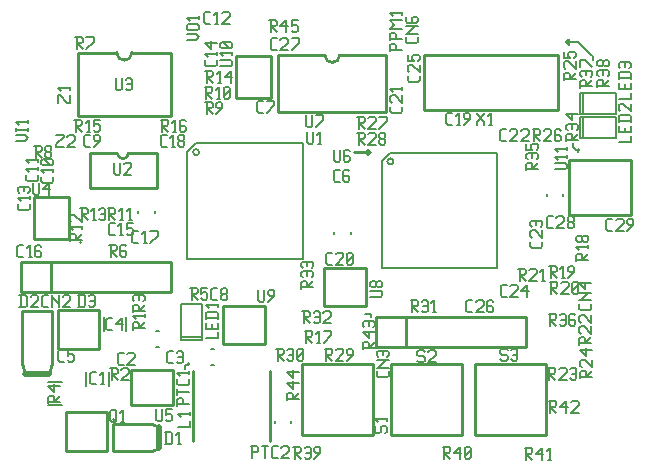
<source format=gbr>
G04 start of page 7 for group -4079 idx -4079 *
G04 Title: (unknown), topsilk *
G04 Creator: pcb 1.99z *
G04 CreationDate: Mon 30 May 2011 18:01:59 GMT UTC *
G04 For: thomas *
G04 Format: Gerber/RS-274X *
G04 PCB-Dimensions: 206299 151574 *
G04 PCB-Coordinate-Origin: lower left *
%MOIN*%
%FSLAX25Y25*%
%LNTOPSILK*%
%ADD19C,0.0200*%
%ADD20C,0.0060*%
%ADD21C,0.0085*%
%ADD67C,0.0100*%
%ADD68C,0.0080*%
%ADD69C,0.0059*%
G54D20*X191732Y137007D02*X191733D01*
X187992Y140747D02*X191732Y137007D01*
X192323Y136416D02*X192913Y135826D01*
Y134645D01*
X192323Y136417D02*Y136416D01*
X191733Y137007D02*X192323Y136417D01*
X185039Y140354D02*X184646Y140747D01*
X187992D02*X185039D01*
Y139763D01*
Y141731D02*Y140354D01*
Y139763D02*X184055Y140747D01*
X185039Y141731D01*
G54D21*X117717Y104724D02*Y104723D01*
X118504Y103936D01*
X117717Y104724D02*Y103149D01*
Y103346D01*
X118307Y103936D01*
X118504D02*X117717Y103149D01*
X113189Y103936D02*X118504D01*
G54D20*X119094Y48818D02*Y49606D01*
X118701Y49999D01*
X116929D01*
X22047Y74015D02*X22441Y73621D01*
X56890Y31692D02*Y32677D01*
X57480Y33267D01*
X58268D01*
X57874Y32873D01*
Y33661D01*
X58268Y33267D01*
X186220Y106889D02*Y105512D01*
X187205Y104527D01*
X188386D01*
X188385D01*
X187992Y104920D01*
X188386Y104527D02*X187992Y104133D01*
Y104724D01*
Y104920D02*Y104330D01*
G54D67*X39100Y31374D02*X53000D01*
X39100D02*Y19574D01*
X53000D01*
Y31374D02*Y19574D01*
G54D19*X48417Y12167D02*Y5167D01*
G54D67*Y12167D02*X45917Y13167D01*
X32817D02*X45917D01*
X32817D02*Y4167D01*
X45917D01*
X48417Y5167D01*
X17226Y17190D02*X31126D01*
X17226D02*Y4390D01*
X31126D01*
Y17190D02*Y4390D01*
G54D68*X24016Y30707D02*Y25983D01*
X31496Y30707D02*Y25983D01*
X11221Y27164D02*X15945D01*
X11221Y19684D02*X15945D01*
G54D67*X21175Y137073D02*Y115861D01*
X52307D01*
Y137073D01*
X21175D02*X34241D01*
X52307D02*X39241D01*
X34241D02*G75*G03X39241Y137073I2500J0D01*G01*
X25171Y103669D02*X34371D01*
X38171D02*X47471D01*
Y91869D01*
X25171D01*
Y103669D01*
X34371D02*G75*G03X38171Y103669I1900J0D01*G01*
G54D68*X60681Y106820D02*X96351D01*
Y68250D01*
X57781D01*
Y103920D01*
X60681Y106820D01*
X59681Y103920D02*G75*G03X59681Y103920I1000J0D01*G01*
X41387Y84341D02*Y83555D01*
X46897Y84341D02*Y83555D01*
G54D67*X6611Y88952D02*Y75052D01*
X18411D01*
Y88952D01*
X6611D01*
G54D19*X3678Y30130D02*X11678D01*
G54D67*X12778Y33530D01*
Y51130D02*Y33530D01*
X2578Y51130D02*X12778D01*
X2578D02*Y33530D01*
X3678Y30130D01*
X14560Y51173D02*X28460D01*
X14560D02*Y38373D01*
X28460D01*
Y51173D02*Y38373D01*
G54D68*X47464Y38819D02*X48250D01*
X47464Y44329D02*X48250D01*
X37340Y49031D02*Y44307D01*
X29860Y49031D02*Y44307D01*
X86812Y14368D02*Y13582D01*
X92322Y14368D02*Y13582D01*
X55555Y41291D02*X62555D01*
Y53291D02*Y41291D01*
X55555Y53291D02*X62555D01*
X55555D02*Y41291D01*
Y42291D02*X62555D01*
X65748Y38384D02*X66534D01*
X65748Y32874D02*X66534D01*
G54D67*X59483Y31108D02*Y7486D01*
X85317Y31108D02*Y7486D01*
X2165Y57203D02*X52165D01*
Y67203D02*Y57203D01*
X2165Y67203D02*X52165D01*
X2165D02*Y57203D01*
X12165Y67203D02*Y57203D01*
X2165Y67203D02*X12165D01*
X120787Y38897D02*X170787D01*
Y48897D02*Y38897D01*
X120787Y48897D02*X170787D01*
X120787D02*Y38897D01*
X130787Y48897D02*Y38897D01*
X120787Y48897D02*X130787D01*
X103448Y52535D02*X117348D01*
Y65335D02*Y52535D01*
X103448Y65335D02*X117348D01*
X103448D02*Y52535D01*
G54D68*X106694Y77360D02*Y76574D01*
X112204Y77360D02*Y76574D01*
G54D67*X95866Y33267D02*X119488D01*
X95866Y9645D02*X119488D01*
X95866Y33267D02*Y9645D01*
X119488Y33267D02*Y9645D01*
X125753Y33253D02*X149375D01*
X125753Y9631D02*X149375D01*
X125753Y33253D02*Y9631D01*
X149375Y33253D02*Y9631D01*
X69637Y39924D02*X83537D01*
Y52724D02*Y39924D01*
X69637Y52724D02*X83537D01*
X69637D02*Y39924D01*
G54D68*X125426Y103733D02*X161096D01*
Y65163D01*
X122526D01*
Y100833D01*
X125426Y103733D01*
X124426Y100833D02*G75*G03X124426Y100833I1000J0D01*G01*
X177560Y89959D02*Y89173D01*
X183070Y89959D02*Y89173D01*
G54D67*X73835Y136006D02*Y122106D01*
X85635D01*
Y136006D01*
X73835D01*
X88065Y136340D02*Y117340D01*
X124065D01*
Y136340D01*
X88065D02*X103565D01*
X124065D02*X108565D01*
X103565D02*G75*G03X108565Y136340I2500J0D01*G01*
X136671Y136384D02*X181355D01*
Y118078D01*
X136671D01*
Y136384D01*
G54D68*X188733Y123774D02*Y116774D01*
X200733D01*
Y123774D01*
X188733D01*
X189733D02*Y116774D01*
X188733Y115507D02*Y108507D01*
X200733D01*
Y115507D01*
X188733D01*
X189733D02*Y108507D01*
G54D67*X153544Y33267D02*X177166D01*
X153544Y9645D02*X177166D01*
X153544Y33267D02*Y9645D01*
X177166Y33267D02*Y9645D01*
X184846Y101216D02*X205546D01*
X184846D02*Y82916D01*
X205546D01*
Y101216D02*Y82916D01*
G54D69*X63874Y41869D02*X67874D01*
Y43869D02*Y41869D01*
X65874Y46570D02*Y45070D01*
X67874Y47070D02*Y45070D01*
X63874D02*X67874D01*
X63874Y47070D02*Y45070D01*
Y48771D02*X67874D01*
X63874Y50271D02*X64374Y50771D01*
X67374D01*
X67874Y50271D02*X67374Y50771D01*
X67874Y50271D02*Y48271D01*
X63874Y50271D02*Y48271D01*
X67874Y53472D02*Y52472D01*
X63874Y52972D02*X67874D01*
X64874Y51972D02*X63874Y52972D01*
X39587Y46740D02*Y44740D01*
Y46740D02*X40087Y47240D01*
X41087D01*
X41587Y46740D02*X41087Y47240D01*
X41587Y46740D02*Y45240D01*
X39587D02*X43587D01*
X41587D02*X43587Y47240D01*
Y49941D02*Y48941D01*
X39587Y49441D02*X43587D01*
X40587Y48441D02*X39587Y49441D01*
X39582Y52590D02*Y50590D01*
Y52590D02*X40082Y53090D01*
X41082D01*
X41582Y52590D02*X41082Y53090D01*
X41582Y52590D02*Y51090D01*
X39582D02*X43582D01*
X41582D02*X43582Y53090D01*
X40082Y54291D02*X39582Y54791D01*
Y55791D02*Y54791D01*
Y55791D02*X40082Y56291D01*
X43082D01*
X43582Y55791D02*X43082Y56291D01*
X43582Y55791D02*Y54791D01*
X43082Y54291D02*X43582Y54791D01*
X41582Y56291D02*Y54791D01*
X47341Y18198D02*Y14698D01*
X47841Y14198D01*
X48841D01*
X49341Y14698D01*
Y18198D02*Y14698D01*
X50542Y18198D02*X52542D01*
X50542D02*Y16198D01*
X51042Y16698D01*
X52042D01*
X52542Y16198D01*
Y14698D01*
X52042Y14198D02*X52542Y14698D01*
X51042Y14198D02*X52042D01*
X50542Y14698D02*X51042Y14198D01*
X50776Y10626D02*Y6626D01*
X52276Y10626D02*X52776Y10126D01*
Y7126D01*
X52276Y6626D02*X52776Y7126D01*
X50276Y6626D02*X52276D01*
X50276Y10626D02*X52276D01*
X54477Y6626D02*X55477D01*
X54977Y10626D02*Y6626D01*
X53977Y9626D02*X54977Y10626D01*
X54449Y19848D02*X58449D01*
X54449Y21348D02*Y19348D01*
Y21348D02*X54949Y21848D01*
X55949D01*
X56449Y21348D02*X55949Y21848D01*
X56449Y21348D02*Y19848D01*
X54449Y25049D02*Y23049D01*
Y24049D02*X58449D01*
Y28250D02*Y26750D01*
X57949Y26250D02*X58449Y26750D01*
X54949Y26250D02*X57949D01*
X54949D02*X54449Y26750D01*
Y28250D02*Y26750D01*
X58449Y30951D02*Y29951D01*
X54449Y30451D02*X58449D01*
X55449Y29451D02*X54449Y30451D01*
X51579Y33524D02*X53079D01*
X51079Y34024D02*X51579Y33524D01*
X51079Y37024D02*Y34024D01*
Y37024D02*X51579Y37524D01*
X53079D01*
X54280Y37024D02*X54780Y37524D01*
X55780D01*
X56280Y37024D01*
Y34024D01*
X55780Y33524D02*X56280Y34024D01*
X54780Y33524D02*X55780D01*
X54280Y34024D02*X54780Y33524D01*
Y35524D02*X56280D01*
X54483Y12469D02*X58483D01*
Y14469D02*Y12469D01*
Y17170D02*Y16170D01*
X54483Y16670D02*X58483D01*
X55483Y15670D02*X54483Y16670D01*
X58665Y58646D02*X60665D01*
X61165Y58146D01*
Y57146D01*
X60665Y56646D02*X61165Y57146D01*
X59165Y56646D02*X60665D01*
X59165Y58646D02*Y54646D01*
Y56646D02*X61165Y54646D01*
X62366Y58646D02*X64366D01*
X62366D02*Y56646D01*
X62866Y57146D01*
X63866D01*
X64366Y56646D01*
Y55146D01*
X63866Y54646D02*X64366Y55146D01*
X62866Y54646D02*X63866D01*
X62366Y55146D02*X62866Y54646D01*
X33953Y128514D02*Y125014D01*
X34453Y124514D01*
X35453D01*
X35953Y125014D01*
Y128514D02*Y125014D01*
X37154Y128014D02*X37654Y128514D01*
X38654D01*
X39154Y128014D01*
Y125014D01*
X38654Y124514D02*X39154Y125014D01*
X37654Y124514D02*X38654D01*
X37154Y125014D02*X37654Y124514D01*
Y126514D02*X39154D01*
X33433Y100460D02*Y96960D01*
X33933Y96460D01*
X34933D01*
X35433Y96960D01*
Y100460D02*Y96960D01*
X36634Y99960D02*X37134Y100460D01*
X38634D01*
X39134Y99960D01*
Y98960D01*
X36634Y96460D02*X39134Y98960D01*
X36634Y96460D02*X39134D01*
X31263Y85294D02*X33263D01*
X33763Y84794D01*
Y83794D01*
X33263Y83294D02*X33763Y83794D01*
X31763Y83294D02*X33263D01*
X31763Y85294D02*Y81294D01*
Y83294D02*X33763Y81294D01*
X35464D02*X36464D01*
X35964Y85294D02*Y81294D01*
X34964Y84294D02*X35964Y85294D01*
X38165Y81294D02*X39165D01*
X38665Y85294D02*Y81294D01*
X37665Y84294D02*X38665Y85294D01*
X21992D02*X23992D01*
X24492Y84794D01*
Y83794D01*
X23992Y83294D02*X24492Y83794D01*
X22492Y83294D02*X23992D01*
X22492Y85294D02*Y81294D01*
Y83294D02*X24492Y81294D01*
X26193D02*X27193D01*
X26693Y85294D02*Y81294D01*
X25693Y84294D02*X26693Y85294D01*
X28394Y84794D02*X28894Y85294D01*
X29894D01*
X30394Y84794D01*
Y81794D01*
X29894Y81294D02*X30394Y81794D01*
X28894Y81294D02*X29894D01*
X28394Y81794D02*X28894Y81294D01*
Y83294D02*X30394D01*
X39939Y73570D02*X41439D01*
X39439Y74070D02*X39939Y73570D01*
X39439Y77070D02*Y74070D01*
Y77070D02*X39939Y77570D01*
X41439D01*
X43140Y73570D02*X44140D01*
X43640Y77570D02*Y73570D01*
X42640Y76570D02*X43640Y77570D01*
X45341Y73570D02*X47841Y76070D01*
Y77570D02*Y76070D01*
X45341Y77570D02*X47841D01*
X32084Y76269D02*X33584D01*
X31584Y76769D02*X32084Y76269D01*
X31584Y79769D02*Y76769D01*
Y79769D02*X32084Y80269D01*
X33584D01*
X35285Y76269D02*X36285D01*
X35785Y80269D02*Y76269D01*
X34785Y79269D02*X35785Y80269D01*
X37486D02*X39486D01*
X37486D02*Y78269D01*
X37986Y78769D01*
X38986D01*
X39486Y78269D01*
Y76769D01*
X38986Y76269D02*X39486Y76769D01*
X37986Y76269D02*X38986D01*
X37486Y76769D02*X37986Y76269D01*
X14778Y122971D02*Y120471D01*
Y122971D02*X15278D01*
X17778Y120471D02*X15278Y122971D01*
X17778Y120471D02*X18778D01*
Y122971D02*Y120471D01*
Y125672D02*Y124672D01*
X14778Y125172D02*X18778D01*
X15778Y124172D02*X14778Y125172D01*
X13977Y109631D02*X16477D01*
Y109131D01*
X13977Y106631D02*X16477Y109131D01*
X13977Y106631D02*Y105631D01*
X16477D01*
X17678Y109131D02*X18178Y109631D01*
X19678D01*
X20178Y109131D01*
Y108131D01*
X17678Y105631D02*X20178Y108131D01*
X17678Y105631D02*X20178D01*
X23894Y105642D02*X25394D01*
X23394Y106142D02*X23894Y105642D01*
X23394Y109142D02*Y106142D01*
Y109142D02*X23894Y109642D01*
X25394D01*
X26595Y105642D02*X28595Y107642D01*
Y109142D02*Y107642D01*
X28095Y109642D02*X28595Y109142D01*
X27095Y109642D02*X28095D01*
X26595Y109142D02*X27095Y109642D01*
X26595Y109142D02*Y108142D01*
X27095Y107642D01*
X28595D01*
X20118Y114746D02*X22118D01*
X22618Y114246D01*
Y113246D01*
X22118Y112746D02*X22618Y113246D01*
X20618Y112746D02*X22118D01*
X20618Y114746D02*Y110746D01*
Y112746D02*X22618Y110746D01*
X24319D02*X25319D01*
X24819Y114746D02*Y110746D01*
X23819Y113746D02*X24819Y114746D01*
X26520D02*X28520D01*
X26520D02*Y112746D01*
X27020Y113246D01*
X28020D01*
X28520Y112746D01*
Y111246D01*
X28020Y110746D02*X28520Y111246D01*
X27020Y110746D02*X28020D01*
X26520Y111246D02*X27020Y110746D01*
X20315Y142198D02*X22315D01*
X22815Y141698D01*
Y140698D01*
X22315Y140198D02*X22815Y140698D01*
X20815Y140198D02*X22315D01*
X20815Y142198D02*Y138198D01*
Y140198D02*X22815Y138198D01*
X24016D02*X26516Y140698D01*
Y142198D02*Y140698D01*
X24016Y142198D02*X26516D01*
X49394Y105748D02*X50894D01*
X48894Y106248D02*X49394Y105748D01*
X48894Y109248D02*Y106248D01*
Y109248D02*X49394Y109748D01*
X50894D01*
X52595Y105748D02*X53595D01*
X53095Y109748D02*Y105748D01*
X52095Y108748D02*X53095Y109748D01*
X54796Y106248D02*X55296Y105748D01*
X54796Y107248D02*Y106248D01*
Y107248D02*X55296Y107748D01*
X56296D01*
X56796Y107248D01*
Y106248D01*
X56296Y105748D02*X56796Y106248D01*
X55296Y105748D02*X56296D01*
X54796Y108248D02*X55296Y107748D01*
X54796Y109248D02*Y108248D01*
Y109248D02*X55296Y109748D01*
X56296D01*
X56796Y109248D01*
Y108248D01*
X56296Y107748D02*X56796Y108248D01*
X48894Y114748D02*X50894D01*
X51394Y114248D01*
Y113248D01*
X50894Y112748D02*X51394Y113248D01*
X49394Y112748D02*X50894D01*
X49394Y114748D02*Y110748D01*
Y112748D02*X51394Y110748D01*
X53095D02*X54095D01*
X53595Y114748D02*Y110748D01*
X52595Y113748D02*X53595Y114748D01*
X56796D02*X57296Y114248D01*
X55796Y114748D02*X56796D01*
X55296Y114248D02*X55796Y114748D01*
X55296Y114248D02*Y111248D01*
X55796Y110748D01*
X56796Y112748D02*X57296Y112248D01*
X55296Y112748D02*X56796D01*
X55796Y110748D02*X56796D01*
X57296Y111248D01*
Y112248D02*Y111248D01*
X32019Y31820D02*X34019D01*
X34519Y31320D01*
Y30320D01*
X34019Y29820D02*X34519Y30320D01*
X32519Y29820D02*X34019D01*
X32519Y31820D02*Y27820D01*
Y29820D02*X34519Y27820D01*
X35720Y31320D02*X36220Y31820D01*
X37720D01*
X38220Y31320D01*
Y30320D01*
X35720Y27820D02*X38220Y30320D01*
X35720Y27820D02*X38220D01*
X32054Y17567D02*Y14567D01*
Y17567D02*X32554Y18067D01*
X33554D01*
X34054Y17567D01*
Y14567D01*
X33554Y14067D02*X34054Y14567D01*
X32554Y14067D02*X33554D01*
X32054Y14567D02*X32554Y14067D01*
X33054Y15067D02*X34054Y14067D01*
X35755D02*X36755D01*
X36255Y18067D02*Y14067D01*
X35255Y17067D02*X36255Y18067D01*
X25893Y26496D02*X27393D01*
X25393Y26996D02*X25893Y26496D01*
X25393Y29996D02*Y26996D01*
Y29996D02*X25893Y30496D01*
X27393D01*
X29094Y26496D02*X30094D01*
X29594Y30496D02*Y26496D01*
X28594Y29496D02*X29594Y30496D01*
X11432Y22273D02*Y20273D01*
Y22273D02*X11932Y22773D01*
X12932D01*
X13432Y22273D02*X12932Y22773D01*
X13432Y22273D02*Y20773D01*
X11432D02*X15432D01*
X13432D02*X15432Y22773D01*
X13432Y23974D02*X11432Y25974D01*
X13432Y26474D02*Y23974D01*
X11432Y25974D02*X15432D01*
X15262Y33976D02*X16762D01*
X14762Y34476D02*X15262Y33976D01*
X14762Y37476D02*Y34476D01*
Y37476D02*X15262Y37976D01*
X16762D01*
X17963D02*X19963D01*
X17963D02*Y35976D01*
X18463Y36476D01*
X19463D01*
X19963Y35976D01*
Y34476D01*
X19463Y33976D02*X19963Y34476D01*
X18463Y33976D02*X19463D01*
X17963Y34476D02*X18463Y33976D01*
X34991Y33124D02*X36491D01*
X34491Y33624D02*X34991Y33124D01*
X34491Y36624D02*Y33624D01*
Y36624D02*X34991Y37124D01*
X36491D01*
X37692Y36624D02*X38192Y37124D01*
X39692D01*
X40192Y36624D01*
Y35624D01*
X37692Y33124D02*X40192Y35624D01*
X37692Y33124D02*X40192D01*
X2272Y56264D02*Y52264D01*
X3772Y56264D02*X4272Y55764D01*
Y52764D01*
X3772Y52264D02*X4272Y52764D01*
X1772Y52264D02*X3772D01*
X1772Y56264D02*X3772D01*
X5473Y55764D02*X5973Y56264D01*
X7473D01*
X7973Y55764D01*
Y54764D01*
X5473Y52264D02*X7973Y54764D01*
X5473Y52264D02*X7973D01*
X21666Y56364D02*Y52364D01*
X23166Y56364D02*X23666Y55864D01*
Y52864D01*
X23166Y52364D02*X23666Y52864D01*
X21166Y52364D02*X23166D01*
X21166Y56364D02*X23166D01*
X24867Y55864D02*X25367Y56364D01*
X26367D01*
X26867Y55864D01*
Y52864D01*
X26367Y52364D02*X26867Y52864D01*
X25367Y52364D02*X26367D01*
X24867Y52864D02*X25367Y52364D01*
Y54364D02*X26867D01*
X31248Y44524D02*X32748D01*
X30748Y45024D02*X31248Y44524D01*
X30748Y48024D02*Y45024D01*
Y48024D02*X31248Y48524D01*
X32748D01*
X33949Y46524D02*X35949Y48524D01*
X33949Y46524D02*X36449D01*
X35949Y48524D02*Y44524D01*
X9818Y52263D02*X11318D01*
X9318Y52763D02*X9818Y52263D01*
X9318Y55763D02*Y52763D01*
Y55763D02*X9818Y56263D01*
X11318D01*
X12519D02*Y52263D01*
Y56263D02*Y55763D01*
X15019Y53263D01*
Y56263D02*Y52263D01*
X16220Y55763D02*X16720Y56263D01*
X18220D01*
X18720Y55763D01*
Y54763D01*
X16220Y52263D02*X18720Y54763D01*
X16220Y52263D02*X18720D01*
X6705Y106073D02*X8705D01*
X9205Y105573D01*
Y104573D01*
X8705Y104073D02*X9205Y104573D01*
X7205Y104073D02*X8705D01*
X7205Y106073D02*Y102073D01*
Y104073D02*X9205Y102073D01*
X10406Y102573D02*X10906Y102073D01*
X10406Y103573D02*Y102573D01*
Y103573D02*X10906Y104073D01*
X11906D01*
X12406Y103573D01*
Y102573D01*
X11906Y102073D02*X12406Y102573D01*
X10906Y102073D02*X11906D01*
X10406Y104573D02*X10906Y104073D01*
X10406Y105573D02*Y104573D01*
Y105573D02*X10906Y106073D01*
X11906D01*
X12406Y105573D01*
Y104573D01*
X11906Y104073D02*X12406Y104573D01*
X753Y107680D02*X3753D01*
X4753Y108680D01*
X3753Y109680D01*
X753D02*X3753D01*
X753Y111881D02*Y110881D01*
Y111381D02*X4753D01*
Y111881D02*Y110881D01*
Y114582D02*Y113582D01*
X753Y114082D02*X4753D01*
X1753Y113082D02*X753Y114082D01*
X31692Y73015D02*X33692D01*
X34192Y72515D01*
Y71515D01*
X33692Y71015D02*X34192Y71515D01*
X32192Y71015D02*X33692D01*
X32192Y73015D02*Y69015D01*
Y71015D02*X34192Y69015D01*
X36893Y73015D02*X37393Y72515D01*
X35893Y73015D02*X36893D01*
X35393Y72515D02*X35893Y73015D01*
X35393Y72515D02*Y69515D01*
X35893Y69015D01*
X36893Y71015D02*X37393Y70515D01*
X35393Y71015D02*X36893D01*
X35893Y69015D02*X36893D01*
X37393Y69515D01*
Y70515D02*Y69515D01*
X1632Y68939D02*X3132D01*
X1132Y69439D02*X1632Y68939D01*
X1132Y72439D02*Y69439D01*
Y72439D02*X1632Y72939D01*
X3132D01*
X4833Y68939D02*X5833D01*
X5333Y72939D02*Y68939D01*
X4333Y71939D02*X5333Y72939D01*
X8534D02*X9034Y72439D01*
X7534Y72939D02*X8534D01*
X7034Y72439D02*X7534Y72939D01*
X7034Y72439D02*Y69439D01*
X7534Y68939D01*
X8534Y70939D02*X9034Y70439D01*
X7034Y70939D02*X8534D01*
X7534Y68939D02*X8534D01*
X9034Y69439D01*
Y70439D02*Y69439D01*
X18533Y76202D02*Y74202D01*
Y76202D02*X19033Y76702D01*
X20033D01*
X20533Y76202D02*X20033Y76702D01*
X20533Y76202D02*Y74702D01*
X18533D02*X22533D01*
X20533D02*X22533Y76702D01*
Y79403D02*Y78403D01*
X18533Y78903D02*X22533D01*
X19533Y77903D02*X18533Y78903D01*
X19033Y80604D02*X18533Y81104D01*
Y82604D02*Y81104D01*
Y82604D02*X19033Y83104D01*
X20033D01*
X22533Y80604D02*X20033Y83104D01*
X22533D02*Y80604D01*
X7992Y96247D02*Y94747D01*
X7492Y94247D02*X7992Y94747D01*
X4492Y94247D02*X7492D01*
X4492D02*X3992Y94747D01*
Y96247D02*Y94747D01*
X7992Y98948D02*Y97948D01*
X3992Y98448D02*X7992D01*
X4992Y97448D02*X3992Y98448D01*
X7992Y101649D02*Y100649D01*
X3992Y101149D02*X7992D01*
X4992Y100149D02*X3992Y101149D01*
X13129Y95651D02*Y94151D01*
X12629Y93651D02*X13129Y94151D01*
X9629Y93651D02*X12629D01*
X9629D02*X9129Y94151D01*
Y95651D02*Y94151D01*
X13129Y98352D02*Y97352D01*
X9129Y97852D02*X13129D01*
X10129Y96852D02*X9129Y97852D01*
X12629Y99553D02*X13129Y100053D01*
X9629Y99553D02*X12629D01*
X9629D02*X9129Y100053D01*
Y101053D02*Y100053D01*
Y101053D02*X9629Y101553D01*
X12629D01*
X13129Y101053D02*X12629Y101553D01*
X13129Y101053D02*Y100053D01*
X12129Y99553D02*X10129Y101553D01*
X5153Y86569D02*Y85069D01*
X4653Y84569D02*X5153Y85069D01*
X1653Y84569D02*X4653D01*
X1653D02*X1153Y85069D01*
Y86569D02*Y85069D01*
X5153Y89270D02*Y88270D01*
X1153Y88770D02*X5153D01*
X2153Y87770D02*X1153Y88770D01*
X1653Y90471D02*X1153Y90971D01*
Y91971D02*Y90971D01*
Y91971D02*X1653Y92471D01*
X4653D01*
X5153Y91971D02*X4653Y92471D01*
X5153Y91971D02*Y90971D01*
X4653Y90471D02*X5153Y90971D01*
X3153Y92471D02*Y90971D01*
X6334Y93753D02*Y90253D01*
X6834Y89753D01*
X7834D01*
X8334Y90253D01*
Y93753D02*Y90253D01*
X9535Y91753D02*X11535Y93753D01*
X9535Y91753D02*X12035D01*
X11535Y93753D02*Y89753D01*
X106741Y104803D02*Y101303D01*
X107241Y100803D01*
X108241D01*
X108741Y101303D01*
Y104803D02*Y101303D01*
X111442Y104803D02*X111942Y104303D01*
X110442Y104803D02*X111442D01*
X109942Y104303D02*X110442Y104803D01*
X109942Y104303D02*Y101303D01*
X110442Y100803D01*
X111442Y102803D02*X111942Y102303D01*
X109942Y102803D02*X111442D01*
X110442Y100803D02*X111442D01*
X111942Y101303D01*
Y102303D02*Y101303D01*
X114369Y115733D02*X116369D01*
X116869Y115233D01*
Y114233D01*
X116369Y113733D02*X116869Y114233D01*
X114869Y113733D02*X116369D01*
X114869Y115733D02*Y111733D01*
Y113733D02*X116869Y111733D01*
X118070Y115233D02*X118570Y115733D01*
X120070D01*
X120570Y115233D01*
Y114233D01*
X118070Y111733D02*X120570Y114233D01*
X118070Y111733D02*X120570D01*
X121771D02*X124271Y114233D01*
Y115733D02*Y114233D01*
X121771Y115733D02*X124271D01*
X114369Y110417D02*X116369D01*
X116869Y109917D01*
Y108917D01*
X116369Y108417D02*X116869Y108917D01*
X114869Y108417D02*X116369D01*
X114869Y110417D02*Y106417D01*
Y108417D02*X116869Y106417D01*
X118070Y109917D02*X118570Y110417D01*
X120070D01*
X120570Y109917D01*
Y108917D01*
X118070Y106417D02*X120570Y108917D01*
X118070Y106417D02*X120570D01*
X121771Y106917D02*X122271Y106417D01*
X121771Y107917D02*Y106917D01*
Y107917D02*X122271Y108417D01*
X123271D01*
X123771Y107917D01*
Y106917D01*
X123271Y106417D02*X123771Y106917D01*
X122271Y106417D02*X123271D01*
X121771Y108917D02*X122271Y108417D01*
X121771Y109917D02*Y108917D01*
Y109917D02*X122271Y110417D01*
X123271D01*
X123771Y109917D01*
Y108917D01*
X123271Y108417D02*X123771Y108917D01*
X97703Y110646D02*Y107146D01*
X98203Y106646D01*
X99203D01*
X99703Y107146D01*
Y110646D02*Y107146D01*
X101404Y106646D02*X102404D01*
X101904Y110646D02*Y106646D01*
X100904Y109646D02*X101904Y110646D01*
X97371Y116290D02*Y112790D01*
X97871Y112290D01*
X98871D01*
X99371Y112790D01*
Y116290D02*Y112790D01*
X100572Y112290D02*X103072Y114790D01*
Y116290D02*Y114790D01*
X100572Y116290D02*X103072D01*
X118777Y55674D02*X122277D01*
X122777Y56174D01*
Y57174D02*Y56174D01*
Y57174D02*X122277Y57674D01*
X118777D02*X122277D01*
Y58875D02*X122777Y59375D01*
X121277Y58875D02*X122277D01*
X121277D02*X120777Y59375D01*
Y60375D02*Y59375D01*
Y60375D02*X121277Y60875D01*
X122277D01*
X122777Y60375D02*X122277Y60875D01*
X122777Y60375D02*Y59375D01*
X120277Y58875D02*X120777Y59375D01*
X119277Y58875D02*X120277D01*
X119277D02*X118777Y59375D01*
Y60375D02*Y59375D01*
Y60375D02*X119277Y60875D01*
X120277D01*
X120777Y60375D02*X120277Y60875D01*
X151287Y50513D02*X152787D01*
X150787Y51013D02*X151287Y50513D01*
X150787Y54013D02*Y51013D01*
Y54013D02*X151287Y54513D01*
X152787D01*
X153988Y54013D02*X154488Y54513D01*
X155988D01*
X156488Y54013D01*
Y53013D01*
X153988Y50513D02*X156488Y53013D01*
X153988Y50513D02*X156488D01*
X159189Y54513D02*X159689Y54013D01*
X158189Y54513D02*X159189D01*
X157689Y54013D02*X158189Y54513D01*
X157689Y54013D02*Y51013D01*
X158189Y50513D01*
X159189Y52513D02*X159689Y52013D01*
X157689Y52513D02*X159189D01*
X158189Y50513D02*X159189D01*
X159689Y51013D01*
Y52013D02*Y51013D01*
X106995Y94015D02*X108495D01*
X106495Y94515D02*X106995Y94015D01*
X106495Y97515D02*Y94515D01*
Y97515D02*X106995Y98015D01*
X108495D01*
X111196D02*X111696Y97515D01*
X110196Y98015D02*X111196D01*
X109696Y97515D02*X110196Y98015D01*
X109696Y97515D02*Y94515D01*
X110196Y94015D01*
X111196Y96015D02*X111696Y95515D01*
X109696Y96015D02*X111196D01*
X110196Y94015D02*X111196D01*
X111696Y94515D01*
Y95515D02*Y94515D01*
X104476Y66416D02*X105976D01*
X103976Y66916D02*X104476Y66416D01*
X103976Y69916D02*Y66916D01*
Y69916D02*X104476Y70416D01*
X105976D01*
X107177Y69916D02*X107677Y70416D01*
X109177D01*
X109677Y69916D01*
Y68916D01*
X107177Y66416D02*X109677Y68916D01*
X107177Y66416D02*X109677D01*
X110878Y66916D02*X111378Y66416D01*
X110878Y69916D02*Y66916D01*
Y69916D02*X111378Y70416D01*
X112378D01*
X112878Y69916D01*
Y66916D01*
X112378Y66416D02*X112878Y66916D01*
X111378Y66416D02*X112378D01*
X110878Y67416D02*X112878Y69416D01*
X95686Y60463D02*Y58463D01*
Y60463D02*X96186Y60963D01*
X97186D01*
X97686Y60463D02*X97186Y60963D01*
X97686Y60463D02*Y58963D01*
X95686D02*X99686D01*
X97686D02*X99686Y60963D01*
X96186Y62164D02*X95686Y62664D01*
Y63664D02*Y62664D01*
Y63664D02*X96186Y64164D01*
X99186D01*
X99686Y63664D02*X99186Y64164D01*
X99686Y63664D02*Y62664D01*
X99186Y62164D02*X99686Y62664D01*
X97686Y64164D02*Y62664D01*
X96186Y65365D02*X95686Y65865D01*
Y66865D02*Y65865D01*
Y66865D02*X96186Y67365D01*
X99186D01*
X99686Y66865D02*X99186Y67365D01*
X99686Y66865D02*Y65865D01*
X99186Y65365D02*X99686Y65865D01*
X97686Y67365D02*Y65865D01*
X175975Y74127D02*Y72627D01*
X175475Y72127D02*X175975Y72627D01*
X172475Y72127D02*X175475D01*
X172475D02*X171975Y72627D01*
Y74127D02*Y72627D01*
X172475Y75328D02*X171975Y75828D01*
Y77328D02*Y75828D01*
Y77328D02*X172475Y77828D01*
X173475D01*
X175975Y75328D02*X173475Y77828D01*
X175975D02*Y75328D01*
X172475Y79029D02*X171975Y79529D01*
Y80529D02*Y79529D01*
Y80529D02*X172475Y81029D01*
X175475D01*
X175975Y80529D02*X175475Y81029D01*
X175975Y80529D02*Y79529D01*
X175475Y79029D02*X175975Y79529D01*
X173975Y81029D02*Y79529D01*
X170773Y99824D02*Y97824D01*
Y99824D02*X171273Y100324D01*
X172273D01*
X172773Y99824D02*X172273Y100324D01*
X172773Y99824D02*Y98324D01*
X170773D02*X174773D01*
X172773D02*X174773Y100324D01*
X171273Y101525D02*X170773Y102025D01*
Y103025D02*Y102025D01*
Y103025D02*X171273Y103525D01*
X174273D01*
X174773Y103025D02*X174273Y103525D01*
X174773Y103025D02*Y102025D01*
X174273Y101525D02*X174773Y102025D01*
X172773Y103525D02*Y102025D01*
X170773Y106726D02*Y104726D01*
X172773D01*
X172273Y105226D01*
Y106226D02*Y105226D01*
Y106226D02*X172773Y106726D01*
X174273D01*
X174773Y106226D02*X174273Y106726D01*
X174773Y106226D02*Y105226D01*
X174273Y104726D02*X174773Y105226D01*
X180147Y98193D02*X183647D01*
X184147Y98693D01*
Y99693D02*Y98693D01*
Y99693D02*X183647Y100193D01*
X180147D02*X183647D01*
X184147Y102894D02*Y101894D01*
X180147Y102394D02*X184147D01*
X181147Y101394D02*X180147Y102394D01*
X184147Y105595D02*Y104595D01*
X180147Y105095D02*X184147D01*
X181147Y104095D02*X180147Y105095D01*
X167980Y65121D02*X169980D01*
X170480Y64621D01*
Y63621D01*
X169980Y63121D02*X170480Y63621D01*
X168480Y63121D02*X169980D01*
X168480Y65121D02*Y61121D01*
Y63121D02*X170480Y61121D01*
X171681Y64621D02*X172181Y65121D01*
X173681D01*
X174181Y64621D01*
Y63621D01*
X171681Y61121D02*X174181Y63621D01*
X171681Y61121D02*X174181D01*
X175882D02*X176882D01*
X176382Y65121D02*Y61121D01*
X175382Y64121D02*X176382Y65121D01*
X162661Y55688D02*X164161D01*
X162161Y56188D02*X162661Y55688D01*
X162161Y59188D02*Y56188D01*
Y59188D02*X162661Y59688D01*
X164161D01*
X165362Y59188D02*X165862Y59688D01*
X167362D01*
X167862Y59188D01*
Y58188D01*
X165362Y55688D02*X167862Y58188D01*
X165362Y55688D02*X167862D01*
X169063Y57688D02*X171063Y59688D01*
X169063Y57688D02*X171563D01*
X171063Y59688D02*Y55688D01*
X63511Y125665D02*X65511D01*
X66011Y125165D01*
Y124165D01*
X65511Y123665D02*X66011Y124165D01*
X64011Y123665D02*X65511D01*
X64011Y125665D02*Y121665D01*
Y123665D02*X66011Y121665D01*
X67712D02*X68712D01*
X68212Y125665D02*Y121665D01*
X67212Y124665D02*X68212Y125665D01*
X69913Y122165D02*X70413Y121665D01*
X69913Y125165D02*Y122165D01*
Y125165D02*X70413Y125665D01*
X71413D01*
X71913Y125165D01*
Y122165D01*
X71413Y121665D02*X71913Y122165D01*
X70413Y121665D02*X71413D01*
X69913Y122665D02*X71913Y124665D01*
X57551Y141337D02*X60551D01*
X61551Y142337D01*
X60551Y143337D01*
X57551D02*X60551D01*
X58051Y144538D02*X61051D01*
X58051D02*X57551Y145038D01*
Y146038D02*Y145038D01*
Y146038D02*X58051Y146538D01*
X61051D01*
X61551Y146038D02*X61051Y146538D01*
X61551Y146038D02*Y145038D01*
X61051Y144538D02*X61551Y145038D01*
Y149239D02*Y148239D01*
X57551Y148739D02*X61551D01*
X58551Y147739D02*X57551Y148739D01*
X63780Y131087D02*X65780D01*
X66280Y130587D01*
Y129587D01*
X65780Y129087D02*X66280Y129587D01*
X64280Y129087D02*X65780D01*
X64280Y131087D02*Y127087D01*
Y129087D02*X66280Y127087D01*
X67981D02*X68981D01*
X68481Y131087D02*Y127087D01*
X67481Y130087D02*X68481Y131087D01*
X70182Y129087D02*X72182Y131087D01*
X70182Y129087D02*X72682D01*
X72182Y131087D02*Y127087D01*
X67476Y134566D02*Y133066D01*
X66976Y132566D02*X67476Y133066D01*
X63976Y132566D02*X66976D01*
X63976D02*X63476Y133066D01*
Y134566D02*Y133066D01*
X67476Y137267D02*Y136267D01*
X63476Y136767D02*X67476D01*
X64476Y135767D02*X63476Y136767D01*
X65476Y138468D02*X63476Y140468D01*
X65476Y140968D02*Y138468D01*
X63476Y140468D02*X67476D01*
X68716Y132626D02*X72216D01*
X72716Y133126D01*
Y134126D02*Y133126D01*
Y134126D02*X72216Y134626D01*
X68716D02*X72216D01*
X72716Y137327D02*Y136327D01*
X68716Y136827D02*X72716D01*
X69716Y135827D02*X68716Y136827D01*
X72216Y138528D02*X72716Y139028D01*
X69216Y138528D02*X72216D01*
X69216D02*X68716Y139028D01*
Y140028D02*Y139028D01*
Y140028D02*X69216Y140528D01*
X72216D01*
X72716Y140028D02*X72216Y140528D01*
X72716Y140028D02*Y139028D01*
X71716Y138528D02*X69716Y140528D01*
X63657Y120547D02*X65657D01*
X66157Y120047D01*
Y119047D01*
X65657Y118547D02*X66157Y119047D01*
X64157Y118547D02*X65657D01*
X64157Y120547D02*Y116547D01*
Y118547D02*X66157Y116547D01*
X67358D02*X69358Y118547D01*
Y120047D02*Y118547D01*
X68858Y120547D02*X69358Y120047D01*
X67858Y120547D02*X68858D01*
X67358Y120047D02*X67858Y120547D01*
X67358Y120047D02*Y119047D01*
X67858Y118547D01*
X69358D01*
X81551Y117098D02*X83051D01*
X81051Y117598D02*X81551Y117098D01*
X81051Y120598D02*Y117598D01*
Y120598D02*X81551Y121098D01*
X83051D01*
X84252Y117098D02*X86752Y119598D01*
Y121098D02*Y119598D01*
X84252Y121098D02*X86752D01*
X86086Y137937D02*X87586D01*
X85586Y138437D02*X86086Y137937D01*
X85586Y141437D02*Y138437D01*
Y141437D02*X86086Y141937D01*
X87586D01*
X88787Y141437D02*X89287Y141937D01*
X90787D01*
X91287Y141437D01*
Y140437D01*
X88787Y137937D02*X91287Y140437D01*
X88787Y137937D02*X91287D01*
X92488D02*X94988Y140437D01*
Y141937D02*Y140437D01*
X92488Y141937D02*X94988D01*
X85075Y147850D02*X87075D01*
X87575Y147350D01*
Y146350D01*
X87075Y145850D02*X87575Y146350D01*
X85575Y145850D02*X87075D01*
X85575Y147850D02*Y143850D01*
Y145850D02*X87575Y143850D01*
X88776Y145850D02*X90776Y147850D01*
X88776Y145850D02*X91276D01*
X90776Y147850D02*Y143850D01*
X92477Y147850D02*X94477D01*
X92477D02*Y145850D01*
X92977Y146350D01*
X93977D01*
X94477Y145850D01*
Y144350D01*
X93977Y143850D02*X94477Y144350D01*
X92977Y143850D02*X93977D01*
X92477Y144350D02*X92977Y143850D01*
X63909Y146724D02*X65409D01*
X63409Y147224D02*X63909Y146724D01*
X63409Y150224D02*Y147224D01*
Y150224D02*X63909Y150724D01*
X65409D01*
X67110Y146724D02*X68110D01*
X67610Y150724D02*Y146724D01*
X66610Y149724D02*X67610Y150724D01*
X69311Y150224D02*X69811Y150724D01*
X71311D01*
X71811Y150224D01*
Y149224D01*
X69311Y146724D02*X71811Y149224D01*
X69311Y146724D02*X71811D01*
X125253Y138047D02*X129253D01*
X125253Y139547D02*Y137547D01*
Y139547D02*X125753Y140047D01*
X126753D01*
X127253Y139547D02*X126753Y140047D01*
X127253Y139547D02*Y138047D01*
X125253Y141748D02*X129253D01*
X125253Y143248D02*Y141248D01*
Y143248D02*X125753Y143748D01*
X126753D01*
X127253Y143248D02*X126753Y143748D01*
X127253Y143248D02*Y141748D01*
X125253Y144949D02*X129253D01*
X125253D02*X126753Y146449D01*
X125253Y147949D01*
X129253D01*
Y150650D02*Y149650D01*
X125253Y150150D02*X129253D01*
X126253Y149150D02*X125253Y150150D01*
X135194Y129422D02*Y127922D01*
X134694Y127422D02*X135194Y127922D01*
X131694Y127422D02*X134694D01*
X131694D02*X131194Y127922D01*
Y129422D02*Y127922D01*
X131694Y130623D02*X131194Y131123D01*
Y132623D02*Y131123D01*
Y132623D02*X131694Y133123D01*
X132694D01*
X135194Y130623D02*X132694Y133123D01*
X135194D02*Y130623D01*
X131194Y136324D02*Y134324D01*
X133194D01*
X132694Y134824D01*
Y135824D02*Y134824D01*
Y135824D02*X133194Y136324D01*
X134694D01*
X135194Y135824D02*X134694Y136324D01*
X135194Y135824D02*Y134824D01*
X134694Y134324D02*X135194Y134824D01*
X134528Y142148D02*Y140648D01*
X134028Y140148D02*X134528Y140648D01*
X131028Y140148D02*X134028D01*
X131028D02*X130528Y140648D01*
Y142148D02*Y140648D01*
Y143349D02*X134528D01*
X130528D02*X131028D01*
X133528Y145849D01*
X130528D02*X134528D01*
X130528Y148550D02*X131028Y149050D01*
X130528Y148550D02*Y147550D01*
X131028Y147050D02*X130528Y147550D01*
X131028Y147050D02*X134028D01*
X134528Y147550D01*
X132528Y148550D02*X133028Y149050D01*
X132528Y148550D02*Y147050D01*
X134528Y148550D02*Y147550D01*
Y148550D02*X134028Y149050D01*
X133028D02*X134028D01*
X129409Y119124D02*Y117624D01*
X128909Y117124D02*X129409Y117624D01*
X125909Y117124D02*X128909D01*
X125909D02*X125409Y117624D01*
Y119124D02*Y117624D01*
X125909Y120325D02*X125409Y120825D01*
Y122325D02*Y120825D01*
Y122325D02*X125909Y122825D01*
X126909D01*
X129409Y120325D02*X126909Y122825D01*
X129409D02*Y120325D01*
Y125526D02*Y124526D01*
X125409Y125026D02*X129409D01*
X126409Y124026D02*X125409Y125026D01*
X144507Y113014D02*X146007D01*
X144007Y113514D02*X144507Y113014D01*
X144007Y116514D02*Y113514D01*
Y116514D02*X144507Y117014D01*
X146007D01*
X147708Y113014D02*X148708D01*
X148208Y117014D02*Y113014D01*
X147208Y116014D02*X148208Y117014D01*
X149909Y113014D02*X151909Y115014D01*
Y116514D02*Y115014D01*
X151409Y117014D02*X151909Y116514D01*
X150409Y117014D02*X151409D01*
X149909Y116514D02*X150409Y117014D01*
X149909Y116514D02*Y115514D01*
X150409Y115014D01*
X151909D01*
X162594Y107603D02*X164094D01*
X162094Y108103D02*X162594Y107603D01*
X162094Y111103D02*Y108103D01*
Y111103D02*X162594Y111603D01*
X164094D01*
X165295Y111103D02*X165795Y111603D01*
X167295D01*
X167795Y111103D01*
Y110103D01*
X165295Y107603D02*X167795Y110103D01*
X165295Y107603D02*X167795D01*
X168996Y111103D02*X169496Y111603D01*
X170996D01*
X171496Y111103D01*
Y110103D01*
X168996Y107603D02*X171496Y110103D01*
X168996Y107603D02*X171496D01*
X154239Y117075D02*Y116575D01*
X156739Y114075D01*
Y113075D01*
X154239Y114075D02*Y113075D01*
Y114075D02*X156739Y116575D01*
Y117075D02*Y116575D01*
X158440Y113075D02*X159440D01*
X158940Y117075D02*Y113075D01*
X157940Y116075D02*X158940Y117075D01*
X194305Y127591D02*Y125591D01*
Y127591D02*X194805Y128091D01*
X195805D01*
X196305Y127591D02*X195805Y128091D01*
X196305Y127591D02*Y126091D01*
X194305D02*X198305D01*
X196305D02*X198305Y128091D01*
X194805Y129292D02*X194305Y129792D01*
Y130792D02*Y129792D01*
Y130792D02*X194805Y131292D01*
X197805D01*
X198305Y130792D02*X197805Y131292D01*
X198305Y130792D02*Y129792D01*
X197805Y129292D02*X198305Y129792D01*
X196305Y131292D02*Y129792D01*
X197805Y132493D02*X198305Y132993D01*
X196805Y132493D02*X197805D01*
X196805D02*X196305Y132993D01*
Y133993D02*Y132993D01*
Y133993D02*X196805Y134493D01*
X197805D01*
X198305Y133993D02*X197805Y134493D01*
X198305Y133993D02*Y132993D01*
X195805Y132493D02*X196305Y132993D01*
X194805Y132493D02*X195805D01*
X194805D02*X194305Y132993D01*
Y133993D02*Y132993D01*
Y133993D02*X194805Y134493D01*
X195805D01*
X196305Y133993D02*X195805Y134493D01*
X188793Y127394D02*Y125394D01*
Y127394D02*X189293Y127894D01*
X190293D01*
X190793Y127394D02*X190293Y127894D01*
X190793Y127394D02*Y125894D01*
X188793D02*X192793D01*
X190793D02*X192793Y127894D01*
X189293Y129095D02*X188793Y129595D01*
Y130595D02*Y129595D01*
Y130595D02*X189293Y131095D01*
X192293D01*
X192793Y130595D02*X192293Y131095D01*
X192793Y130595D02*Y129595D01*
X192293Y129095D02*X192793Y129595D01*
X190793Y131095D02*Y129595D01*
X192793Y132296D02*X190293Y134796D01*
X188793D02*X190293D01*
X188793D02*Y132296D01*
X183283Y129952D02*Y127952D01*
Y129952D02*X183783Y130452D01*
X184783D01*
X185283Y129952D02*X184783Y130452D01*
X185283Y129952D02*Y128452D01*
X183283D02*X187283D01*
X185283D02*X187283Y130452D01*
X183783Y131653D02*X183283Y132153D01*
Y133653D02*Y132153D01*
Y133653D02*X183783Y134153D01*
X184783D01*
X187283Y131653D02*X184783Y134153D01*
X187283D02*Y131653D01*
X183283Y137354D02*Y135354D01*
X185283D01*
X184783Y135854D01*
Y136854D02*Y135854D01*
Y136854D02*X185283Y137354D01*
X186783D01*
X187283Y136854D02*X186783Y137354D01*
X187283Y136854D02*Y135854D01*
X186783Y135354D02*X187283Y135854D01*
X172831Y111611D02*X174831D01*
X175331Y111111D01*
Y110111D01*
X174831Y109611D02*X175331Y110111D01*
X173331Y109611D02*X174831D01*
X173331Y111611D02*Y107611D01*
Y109611D02*X175331Y107611D01*
X176532Y111111D02*X177032Y111611D01*
X178532D01*
X179032Y111111D01*
Y110111D01*
X176532Y107611D02*X179032Y110111D01*
X176532Y107611D02*X179032D01*
X181733Y111611D02*X182233Y111111D01*
X180733Y111611D02*X181733D01*
X180233Y111111D02*X180733Y111611D01*
X180233Y111111D02*Y108111D01*
X180733Y107611D01*
X181733Y109611D02*X182233Y109111D01*
X180233Y109611D02*X181733D01*
X180733Y107611D02*X181733D01*
X182233Y108111D01*
Y109111D02*Y108111D01*
X184017Y109593D02*Y107593D01*
Y109593D02*X184517Y110093D01*
X185517D01*
X186017Y109593D02*X185517Y110093D01*
X186017Y109593D02*Y108093D01*
X184017D02*X188017D01*
X186017D02*X188017Y110093D01*
X184517Y111294D02*X184017Y111794D01*
Y112794D02*Y111794D01*
Y112794D02*X184517Y113294D01*
X187517D01*
X188017Y112794D02*X187517Y113294D01*
X188017Y112794D02*Y111794D01*
X187517Y111294D02*X188017Y111794D01*
X186017Y113294D02*Y111794D01*
Y114495D02*X184017Y116495D01*
X186017Y116995D02*Y114495D01*
X184017Y116495D02*X188017D01*
X201473Y121789D02*X205473D01*
Y123789D02*Y121789D01*
X203473Y126490D02*Y124990D01*
X205473Y126990D02*Y124990D01*
X201473D02*X205473D01*
X201473Y126990D02*Y124990D01*
Y128691D02*X205473D01*
X201473Y130191D02*X201973Y130691D01*
X204973D01*
X205473Y130191D02*X204973Y130691D01*
X205473Y130191D02*Y128191D01*
X201473Y130191D02*Y128191D01*
X201973Y131892D02*X201473Y132392D01*
Y133392D02*Y132392D01*
Y133392D02*X201973Y133892D01*
X204973D01*
X205473Y133392D02*X204973Y133892D01*
X205473Y133392D02*Y132392D01*
X204973Y131892D02*X205473Y132392D01*
X203473Y133892D02*Y132392D01*
X201474Y107420D02*X205474D01*
Y109420D02*Y107420D01*
X203474Y112121D02*Y110621D01*
X205474Y112621D02*Y110621D01*
X201474D02*X205474D01*
X201474Y112621D02*Y110621D01*
Y114322D02*X205474D01*
X201474Y115822D02*X201974Y116322D01*
X204974D01*
X205474Y115822D02*X204974Y116322D01*
X205474Y115822D02*Y113822D01*
X201474Y115822D02*Y113822D01*
X201974Y117523D02*X201474Y118023D01*
Y119523D02*Y118023D01*
Y119523D02*X201974Y120023D01*
X202974D01*
X205474Y117523D02*X202974Y120023D01*
X205474D02*Y117523D01*
X81449Y58055D02*Y54555D01*
X81949Y54055D01*
X82949D01*
X83449Y54555D01*
Y58055D02*Y54555D01*
X84650Y54055D02*X86650Y56055D01*
Y57555D02*Y56055D01*
X86150Y58055D02*X86650Y57555D01*
X85150Y58055D02*X86150D01*
X84650Y57555D02*X85150Y58055D01*
X84650Y57555D02*Y56555D01*
X85150Y56055D01*
X86650D01*
X93127Y5685D02*X95127D01*
X95627Y5185D01*
Y4185D01*
X95127Y3685D02*X95627Y4185D01*
X93627Y3685D02*X95127D01*
X93627Y5685D02*Y1685D01*
Y3685D02*X95627Y1685D01*
X96828Y5185D02*X97328Y5685D01*
X98328D01*
X98828Y5185D01*
Y2185D01*
X98328Y1685D02*X98828Y2185D01*
X97328Y1685D02*X98328D01*
X96828Y2185D02*X97328Y1685D01*
Y3685D02*X98828D01*
X100029Y1685D02*X102029Y3685D01*
Y5185D02*Y3685D01*
X101529Y5685D02*X102029Y5185D01*
X100529Y5685D02*X101529D01*
X100029Y5185D02*X100529Y5685D01*
X100029Y5185D02*Y4185D01*
X100529Y3685D01*
X102029D01*
X90967Y23277D02*Y21277D01*
Y23277D02*X91467Y23777D01*
X92467D01*
X92967Y23277D02*X92467Y23777D01*
X92967Y23277D02*Y21777D01*
X90967D02*X94967D01*
X92967D02*X94967Y23777D01*
X92967Y24978D02*X90967Y26978D01*
X92967Y27478D02*Y24978D01*
X90967Y26978D02*X94967D01*
X92967Y28679D02*X90967Y30679D01*
X92967Y31179D02*Y28679D01*
X90967Y30679D02*X94967D01*
X79404Y5868D02*Y1868D01*
X78904Y5868D02*X80904D01*
X81404Y5368D01*
Y4368D01*
X80904Y3868D02*X81404Y4368D01*
X79404Y3868D02*X80904D01*
X82605Y5868D02*X84605D01*
X83605D02*Y1868D01*
X86306D02*X87806D01*
X85806Y2368D02*X86306Y1868D01*
X85806Y5368D02*Y2368D01*
Y5368D02*X86306Y5868D01*
X87806D01*
X89007Y5368D02*X89507Y5868D01*
X91007D01*
X91507Y5368D01*
Y4368D01*
X89007Y1868D02*X91507Y4368D01*
X89007Y1868D02*X91507D01*
X120290Y12235D02*X120790Y12735D01*
X120290Y12235D02*Y10735D01*
X120790Y10235D02*X120290Y10735D01*
X120790Y10235D02*X121790D01*
X122290Y10735D01*
Y12235D02*Y10735D01*
Y12235D02*X122790Y12735D01*
X123790D01*
X124290Y12235D02*X123790Y12735D01*
X124290Y12235D02*Y10735D01*
X123790Y10235D02*X124290Y10735D01*
Y15436D02*Y14436D01*
X120290Y14936D02*X124290D01*
X121290Y13936D02*X120290Y14936D01*
X96114Y50927D02*X98114D01*
X98614Y50427D01*
Y49427D01*
X98114Y48927D02*X98614Y49427D01*
X96614Y48927D02*X98114D01*
X96614Y50927D02*Y46927D01*
Y48927D02*X98614Y46927D01*
X99815Y50427D02*X100315Y50927D01*
X101315D01*
X101815Y50427D01*
Y47427D01*
X101315Y46927D02*X101815Y47427D01*
X100315Y46927D02*X101315D01*
X99815Y47427D02*X100315Y46927D01*
Y48927D02*X101815D01*
X103016Y50427D02*X103516Y50927D01*
X105016D01*
X105516Y50427D01*
Y49427D01*
X103016Y46927D02*X105516Y49427D01*
X103016Y46927D02*X105516D01*
X96850Y44472D02*X98850D01*
X99350Y43972D01*
Y42972D01*
X98850Y42472D02*X99350Y42972D01*
X97350Y42472D02*X98850D01*
X97350Y44472D02*Y40472D01*
Y42472D02*X99350Y40472D01*
X101051D02*X102051D01*
X101551Y44472D02*Y40472D01*
X100551Y43472D02*X101551Y44472D01*
X103252Y40472D02*X105752Y42972D01*
Y44472D02*Y42972D01*
X103252Y44472D02*X105752D01*
X103545Y38369D02*X105545D01*
X106045Y37869D01*
Y36869D01*
X105545Y36369D02*X106045Y36869D01*
X104045Y36369D02*X105545D01*
X104045Y38369D02*Y34369D01*
Y36369D02*X106045Y34369D01*
X107246Y37869D02*X107746Y38369D01*
X109246D01*
X109746Y37869D01*
Y36869D01*
X107246Y34369D02*X109746Y36869D01*
X107246Y34369D02*X109746D01*
X110947D02*X112947Y36369D01*
Y37869D02*Y36369D01*
X112447Y38369D02*X112947Y37869D01*
X111447Y38369D02*X112447D01*
X110947Y37869D02*X111447Y38369D01*
X110947Y37869D02*Y36869D01*
X111447Y36369D01*
X112947D01*
X87400Y38368D02*X89400D01*
X89900Y37868D01*
Y36868D01*
X89400Y36368D02*X89900Y36868D01*
X87900Y36368D02*X89400D01*
X87900Y38368D02*Y34368D01*
Y36368D02*X89900Y34368D01*
X91101Y37868D02*X91601Y38368D01*
X92601D01*
X93101Y37868D01*
Y34868D01*
X92601Y34368D02*X93101Y34868D01*
X91601Y34368D02*X92601D01*
X91101Y34868D02*X91601Y34368D01*
Y36368D02*X93101D01*
X94302Y34868D02*X94802Y34368D01*
X94302Y37868D02*Y34868D01*
Y37868D02*X94802Y38368D01*
X95802D01*
X96302Y37868D01*
Y34868D01*
X95802Y34368D02*X96302Y34868D01*
X94802Y34368D02*X95802D01*
X94302Y35368D02*X96302Y37368D01*
X116157Y40189D02*Y38189D01*
Y40189D02*X116657Y40689D01*
X117657D01*
X118157Y40189D02*X117657Y40689D01*
X118157Y40189D02*Y38689D01*
X116157D02*X120157D01*
X118157D02*X120157Y40689D01*
X118157Y41890D02*X116157Y43890D01*
X118157Y44390D02*Y41890D01*
X116157Y43890D02*X120157D01*
X116657Y45591D02*X116157Y46091D01*
Y47091D02*Y46091D01*
Y47091D02*X116657Y47591D01*
X119657D01*
X120157Y47091D02*X119657Y47591D01*
X120157Y47091D02*Y46091D01*
X119657Y45591D02*X120157Y46091D01*
X118157Y47591D02*Y46091D01*
X66289Y54519D02*X67789D01*
X65789Y55019D02*X66289Y54519D01*
X65789Y58019D02*Y55019D01*
Y58019D02*X66289Y58519D01*
X67789D01*
X68990Y55019D02*X69490Y54519D01*
X68990Y56019D02*Y55019D01*
Y56019D02*X69490Y56519D01*
X70490D01*
X70990Y56019D01*
Y55019D01*
X70490Y54519D02*X70990Y55019D01*
X69490Y54519D02*X70490D01*
X68990Y57019D02*X69490Y56519D01*
X68990Y58019D02*Y57019D01*
Y58019D02*X69490Y58519D01*
X70490D01*
X70990Y58019D01*
Y57019D01*
X70490Y56519D02*X70990Y57019D01*
X132157Y54608D02*X134157D01*
X134657Y54108D01*
Y53108D01*
X134157Y52608D02*X134657Y53108D01*
X132657Y52608D02*X134157D01*
X132657Y54608D02*Y50608D01*
Y52608D02*X134657Y50608D01*
X135858Y54108D02*X136358Y54608D01*
X137358D01*
X137858Y54108D01*
Y51108D01*
X137358Y50608D02*X137858Y51108D01*
X136358Y50608D02*X137358D01*
X135858Y51108D02*X136358Y50608D01*
Y52608D02*X137858D01*
X139559Y50608D02*X140559D01*
X140059Y54608D02*Y50608D01*
X139059Y53608D02*X140059Y54608D01*
X124865Y30897D02*Y29397D01*
X124365Y28897D02*X124865Y29397D01*
X121365Y28897D02*X124365D01*
X121365D02*X120865Y29397D01*
Y30897D02*Y29397D01*
Y32098D02*X124865D01*
X120865D02*X121365D01*
X123865Y34598D01*
X120865D02*X124865D01*
X121365Y35799D02*X120865Y36299D01*
Y37299D02*Y36299D01*
Y37299D02*X121365Y37799D01*
X124365D01*
X124865Y37299D02*X124365Y37799D01*
X124865Y37299D02*Y36299D01*
X124365Y35799D02*X124865Y36299D01*
X122865Y37799D02*Y36299D01*
X136415Y37961D02*X136915Y37461D01*
X134915Y37961D02*X136415D01*
X134415Y37461D02*X134915Y37961D01*
X134415Y37461D02*Y36461D01*
X134915Y35961D01*
X136415D01*
X136915Y35461D01*
Y34461D01*
X136415Y33961D02*X136915Y34461D01*
X134915Y33961D02*X136415D01*
X134415Y34461D02*X134915Y33961D01*
X138116Y37461D02*X138616Y37961D01*
X140116D01*
X140616Y37461D01*
Y36461D01*
X138116Y33961D02*X140616Y36461D01*
X138116Y33961D02*X140616D01*
X142864Y5793D02*X144864D01*
X145364Y5293D01*
Y4293D01*
X144864Y3793D02*X145364Y4293D01*
X143364Y3793D02*X144864D01*
X143364Y5793D02*Y1793D01*
Y3793D02*X145364Y1793D01*
X146565Y3793D02*X148565Y5793D01*
X146565Y3793D02*X149065D01*
X148565Y5793D02*Y1793D01*
X150266Y2293D02*X150766Y1793D01*
X150266Y5293D02*Y2293D01*
Y5293D02*X150766Y5793D01*
X151766D01*
X152266Y5293D01*
Y2293D01*
X151766Y1793D02*X152266Y2293D01*
X150766Y1793D02*X151766D01*
X150266Y2793D02*X152266Y4793D01*
X170169Y5352D02*X172169D01*
X172669Y4852D01*
Y3852D01*
X172169Y3352D02*X172669Y3852D01*
X170669Y3352D02*X172169D01*
X170669Y5352D02*Y1352D01*
Y3352D02*X172669Y1352D01*
X173870Y3352D02*X175870Y5352D01*
X173870Y3352D02*X176370D01*
X175870Y5352D02*Y1352D01*
X178071D02*X179071D01*
X178571Y5352D02*Y1352D01*
X177571Y4352D02*X178571Y5352D01*
X164009Y38369D02*X164509Y37869D01*
X162509Y38369D02*X164009D01*
X162009Y37869D02*X162509Y38369D01*
X162009Y37869D02*Y36869D01*
X162509Y36369D01*
X164009D01*
X164509Y35869D01*
Y34869D01*
X164009Y34369D02*X164509Y34869D01*
X162509Y34369D02*X164009D01*
X162009Y34869D02*X162509Y34369D01*
X165710Y37869D02*X166210Y38369D01*
X167210D01*
X167710Y37869D01*
Y34869D01*
X167210Y34369D02*X167710Y34869D01*
X166210Y34369D02*X167210D01*
X165710Y34869D02*X166210Y34369D01*
Y36369D02*X167710D01*
X192458Y53277D02*Y51777D01*
X191958Y51277D02*X192458Y51777D01*
X188958Y51277D02*X191958D01*
X188958D02*X188458Y51777D01*
Y53277D02*Y51777D01*
Y54478D02*X192458D01*
X188458D02*X188958D01*
X191458Y56978D01*
X188458D02*X192458D01*
X190458Y58179D02*X188458Y60179D01*
X190458Y60679D02*Y58179D01*
X188458Y60179D02*X192458D01*
X188404Y41689D02*Y39689D01*
Y41689D02*X188904Y42189D01*
X189904D01*
X190404Y41689D02*X189904Y42189D01*
X190404Y41689D02*Y40189D01*
X188404D02*X192404D01*
X190404D02*X192404Y42189D01*
X188904Y43390D02*X188404Y43890D01*
Y45390D02*Y43890D01*
Y45390D02*X188904Y45890D01*
X189904D01*
X192404Y43390D02*X189904Y45890D01*
X192404D02*Y43390D01*
X188904Y47091D02*X188404Y47591D01*
Y49091D02*Y47591D01*
Y49091D02*X188904Y49591D01*
X189904D01*
X192404Y47091D02*X189904Y49591D01*
X192404D02*Y47091D01*
X187450Y69624D02*Y67624D01*
Y69624D02*X187950Y70124D01*
X188950D01*
X189450Y69624D02*X188950Y70124D01*
X189450Y69624D02*Y68124D01*
X187450D02*X191450D01*
X189450D02*X191450Y70124D01*
Y72825D02*Y71825D01*
X187450Y72325D02*X191450D01*
X188450Y71325D02*X187450Y72325D01*
X190950Y74026D02*X191450Y74526D01*
X189950Y74026D02*X190950D01*
X189950D02*X189450Y74526D01*
Y75526D02*Y74526D01*
Y75526D02*X189950Y76026D01*
X190950D01*
X191450Y75526D02*X190950Y76026D01*
X191450Y75526D02*Y74526D01*
X188950Y74026D02*X189450Y74526D01*
X187950Y74026D02*X188950D01*
X187950D02*X187450Y74526D01*
Y75526D02*Y74526D01*
Y75526D02*X187950Y76026D01*
X188950D01*
X189450Y75526D02*X188950Y76026D01*
X197940Y77677D02*X199440D01*
X197440Y78177D02*X197940Y77677D01*
X197440Y81177D02*Y78177D01*
Y81177D02*X197940Y81677D01*
X199440D01*
X200641Y81177D02*X201141Y81677D01*
X202641D01*
X203141Y81177D01*
Y80177D01*
X200641Y77677D02*X203141Y80177D01*
X200641Y77677D02*X203141D01*
X204342D02*X206342Y79677D01*
Y81177D02*Y79677D01*
X205842Y81677D02*X206342Y81177D01*
X204842Y81677D02*X205842D01*
X204342Y81177D02*X204842Y81677D01*
X204342Y81177D02*Y80177D01*
X204842Y79677D01*
X206342D01*
X178301Y20989D02*X180301D01*
X180801Y20489D01*
Y19489D01*
X180301Y18989D02*X180801Y19489D01*
X178801Y18989D02*X180301D01*
X178801Y20989D02*Y16989D01*
Y18989D02*X180801Y16989D01*
X182002Y18989D02*X184002Y20989D01*
X182002Y18989D02*X184502D01*
X184002Y20989D02*Y16989D01*
X185703Y20489D02*X186203Y20989D01*
X187703D01*
X188203Y20489D01*
Y19489D01*
X185703Y16989D02*X188203Y19489D01*
X185703Y16989D02*X188203D01*
X177936Y32017D02*X179936D01*
X180436Y31517D01*
Y30517D01*
X179936Y30017D02*X180436Y30517D01*
X178436Y30017D02*X179936D01*
X178436Y32017D02*Y28017D01*
Y30017D02*X180436Y28017D01*
X181637Y31517D02*X182137Y32017D01*
X183637D01*
X184137Y31517D01*
Y30517D01*
X181637Y28017D02*X184137Y30517D01*
X181637Y28017D02*X184137D01*
X185338Y31517D02*X185838Y32017D01*
X186838D01*
X187338Y31517D01*
Y28517D01*
X186838Y28017D02*X187338Y28517D01*
X185838Y28017D02*X186838D01*
X185338Y28517D02*X185838Y28017D01*
Y30017D02*X187338D01*
X188667Y30604D02*Y28604D01*
Y30604D02*X189167Y31104D01*
X190167D01*
X190667Y30604D02*X190167Y31104D01*
X190667Y30604D02*Y29104D01*
X188667D02*X192667D01*
X190667D02*X192667Y31104D01*
X189167Y32305D02*X188667Y32805D01*
Y34305D02*Y32805D01*
Y34305D02*X189167Y34805D01*
X190167D01*
X192667Y32305D02*X190167Y34805D01*
X192667D02*Y32305D01*
X190667Y36006D02*X188667Y38006D01*
X190667Y38506D02*Y36006D01*
X188667Y38006D02*X192667D01*
X178137Y49981D02*X180137D01*
X180637Y49481D01*
Y48481D01*
X180137Y47981D02*X180637Y48481D01*
X178637Y47981D02*X180137D01*
X178637Y49981D02*Y45981D01*
Y47981D02*X180637Y45981D01*
X181838Y49481D02*X182338Y49981D01*
X183338D01*
X183838Y49481D01*
Y46481D01*
X183338Y45981D02*X183838Y46481D01*
X182338Y45981D02*X183338D01*
X181838Y46481D02*X182338Y45981D01*
Y47981D02*X183838D01*
X186539Y49981D02*X187039Y49481D01*
X185539Y49981D02*X186539D01*
X185039Y49481D02*X185539Y49981D01*
X185039Y49481D02*Y46481D01*
X185539Y45981D01*
X186539Y47981D02*X187039Y47481D01*
X185039Y47981D02*X186539D01*
X185539Y45981D02*X186539D01*
X187039Y46481D01*
Y47481D02*Y46481D01*
X178609Y60724D02*X180609D01*
X181109Y60224D01*
Y59224D01*
X180609Y58724D02*X181109Y59224D01*
X179109Y58724D02*X180609D01*
X179109Y60724D02*Y56724D01*
Y58724D02*X181109Y56724D01*
X182310Y60224D02*X182810Y60724D01*
X184310D01*
X184810Y60224D01*
Y59224D01*
X182310Y56724D02*X184810Y59224D01*
X182310Y56724D02*X184810D01*
X186011Y57224D02*X186511Y56724D01*
X186011Y60224D02*Y57224D01*
Y60224D02*X186511Y60724D01*
X187511D01*
X188011Y60224D01*
Y57224D01*
X187511Y56724D02*X188011Y57224D01*
X186511Y56724D02*X187511D01*
X186011Y57724D02*X188011Y59724D01*
X178368Y65924D02*X180368D01*
X180868Y65424D01*
Y64424D01*
X180368Y63924D02*X180868Y64424D01*
X178868Y63924D02*X180368D01*
X178868Y65924D02*Y61924D01*
Y63924D02*X180868Y61924D01*
X182569D02*X183569D01*
X183069Y65924D02*Y61924D01*
X182069Y64924D02*X183069Y65924D01*
X184770Y61924D02*X186770Y63924D01*
Y65424D02*Y63924D01*
X186270Y65924D02*X186770Y65424D01*
X185270Y65924D02*X186270D01*
X184770Y65424D02*X185270Y65924D01*
X184770Y65424D02*Y64424D01*
X185270Y63924D01*
X186770D01*
X178089Y78630D02*X179589D01*
X177589Y79130D02*X178089Y78630D01*
X177589Y82130D02*Y79130D01*
Y82130D02*X178089Y82630D01*
X179589D01*
X180790Y82130D02*X181290Y82630D01*
X182790D01*
X183290Y82130D01*
Y81130D01*
X180790Y78630D02*X183290Y81130D01*
X180790Y78630D02*X183290D01*
X184491Y79130D02*X184991Y78630D01*
X184491Y80130D02*Y79130D01*
Y80130D02*X184991Y80630D01*
X185991D01*
X186491Y80130D01*
Y79130D01*
X185991Y78630D02*X186491Y79130D01*
X184991Y78630D02*X185991D01*
X184491Y81130D02*X184991Y80630D01*
X184491Y82130D02*Y81130D01*
Y82130D02*X184991Y82630D01*
X185991D01*
X186491Y82130D01*
Y81130D01*
X185991Y80630D02*X186491Y81130D01*
M02*

</source>
